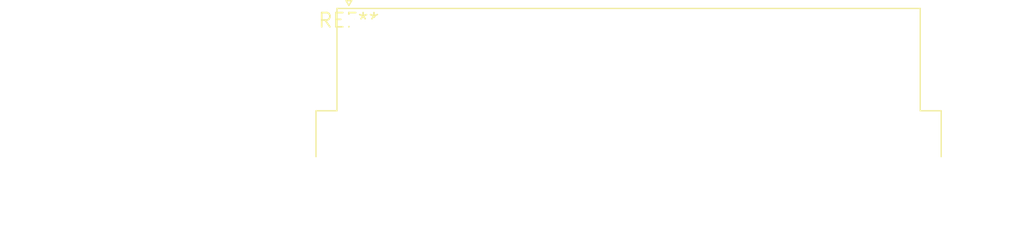
<source format=kicad_pcb>
(kicad_pcb (version 20240108) (generator pcbnew)
  (layers (0 "F.Cu" signal) (31 "B.Cu" signal) (34 "B.Paste" user) (35 "F.Paste" user) (36 "B.SilkS" user "B.Silkscreen") (37 "F.SilkS" user "F.Silkscreen") (38 "B.Mask" user) (39 "F.Mask" user) (44 "Edge.Cuts" user))
  (net 0 "")
  (footprint "DSUB-37_Male_Horizontal_P2.77x2.84mm_EdgePinOffset9.40mm" (layer "F.Cu") (at 0 0)
    (property "Reference" "REF**")
    (property "Value" "DSUB-37_Male_Horizontal_P2.77x2.84mm_EdgePinOffset9.40mm")
    (fp_line (start -2.93 8.08) (end -1.06 8.08) (layer "F.SilkS") (stroke (width 0.12)))
    (fp_line (start -2.93 12.18) (end -2.93 8.08) (layer "F.SilkS") (stroke (width 0.12)))
    (fp_line (start -1.06 -1.06) (end 50.92 -1.06) (layer "F.SilkS") (stroke (width 0.12)))
    (fp_line (start -1.06 8.08) (end -1.06 -1.06) (layer "F.SilkS") (stroke (width 0.12)))
    (fp_line (start -0.25 -1.754338) (end 0.25 -1.754338) (layer "F.SilkS") (stroke (width 0.12)))
    (fp_line (start 0 -1.321325) (end -0.25 -1.754338) (layer "F.SilkS") (stroke (width 0.12)))
    (fp_line (start 0.25 -1.754338) (end 0 -1.321325) (layer "F.SilkS") (stroke (width 0.12)))
    (fp_line (start 50.92 -1.06) (end 50.92 8.08) (layer "F.SilkS") (stroke (width 0.12)))
    (fp_line (start 50.92 8.08) (end 52.79 8.08) (layer "F.SilkS") (stroke (width 0.12)))
    (fp_line (start 52.79 8.08) (end 52.79 12.18) (layer "F.SilkS") (stroke (width 0.12)))
    (pad "1" thru_hole rect (at 0 0) (size 1.6 1.6) (drill 1) (layers *.Cu *.Mask) (remove_unused_layers))
    (pad "2" thru_hole circle (at 2.77 0) (size 1.6 1.6) (drill 1) (layers *.Cu *.Mask) (remove_unused_layers))
    (pad "3" thru_hole circle (at 5.54 0) (size 1.6 1.6) (drill 1) (layers *.Cu *.Mask) (remove_unused_layers))
    (pad "4" thru_hole circle (at 8.31 0) (size 1.6 1.6) (drill 1) (layers *.Cu *.Mask) (remove_unused_layers))
    (pad "5" thru_hole circle (at 11.08 0) (size 1.6 1.6) (drill 1) (layers *.Cu *.Mask) (remove_unused_layers))
    (pad "6" thru_hole circle (at 13.85 0) (size 1.6 1.6) (drill 1) (layers *.Cu *.Mask) (remove_unused_layers))
    (pad "7" thru_hole circle (at 16.62 0) (size 1.6 1.6) (drill 1) (layers *.Cu *.Mask) (remove_unused_layers))
    (pad "8" thru_hole circle (at 19.39 0) (size 1.6 1.6) (drill 1) (layers *.Cu *.Mask) (remove_unused_layers))
    (pad "9" thru_hole circle (at 22.16 0) (size 1.6 1.6) (drill 1) (layers *.Cu *.Mask) (remove_unused_layers))
    (pad "10" thru_hole circle (at 24.93 0) (size 1.6 1.6) (drill 1) (layers *.Cu *.Mask) (remove_unused_layers))
    (pad "11" thru_hole circle (at 27.7 0) (size 1.6 1.6) (drill 1) (layers *.Cu *.Mask) (remove_unused_layers))
    (pad "12" thru_hole circle (at 30.47 0) (size 1.6 1.6) (drill 1) (layers *.Cu *.Mask) (remove_unused_layers))
    (pad "13" thru_hole circle (at 33.24 0) (size 1.6 1.6) (drill 1) (layers *.Cu *.Mask) (remove_unused_layers))
    (pad "14" thru_hole circle (at 36.01 0) (size 1.6 1.6) (drill 1) (layers *.Cu *.Mask) (remove_unused_layers))
    (pad "15" thru_hole circle (at 38.78 0) (size 1.6 1.6) (drill 1) (layers *.Cu *.Mask) (remove_unused_layers))
    (pad "16" thru_hole circle (at 41.55 0) (size 1.6 1.6) (drill 1) (layers *.Cu *.Mask) (remove_unused_layers))
    (pad "17" thru_hole circle (at 44.32 0) (size 1.6 1.6) (drill 1) (layers *.Cu *.Mask) (remove_unused_layers))
    (pad "18" thru_hole circle (at 47.09 0) (size 1.6 1.6) (drill 1) (layers *.Cu *.Mask) (remove_unused_layers))
    (pad "19" thru_hole circle (at 49.86 0) (size 1.6 1.6) (drill 1) (layers *.Cu *.Mask) (remove_unused_layers))
    (pad "20" thru_hole circle (at 1.385 2.84) (size 1.6 1.6) (drill 1) (layers *.Cu *.Mask) (remove_unused_layers))
    (pad "21" thru_hole circle (at 4.155 2.84) (size 1.6 1.6) (drill 1) (layers *.Cu *.Mask) (remove_unused_layers))
    (pad "22" thru_hole circle (at 6.925 2.84) (size 1.6 1.6) (drill 1) (layers *.Cu *.Mask) (remove_unused_layers))
    (pad "23" thru_hole circle (at 9.695 2.84) (size 1.6 1.6) (drill 1) (layers *.Cu *.Mask) (remove_unused_layers))
    (pad "24" thru_hole circle (at 12.465 2.84) (size 1.6 1.6) (drill 1) (layers *.Cu *.Mask) (remove_unused_layers))
    (pad "25" thru_hole circle (at 15.235 2.84) (size 1.6 1.6) (drill 1) (layers *.Cu *.Mask) (remove_unused_layers))
    (pad "26" thru_hole circle (at 18.005 2.84) (size 1.6 1.6) (drill 1) (layers *.Cu *.Mask) (remove_unused_layers))
    (pad "27" thru_hole circle (at 20.775 2.84) (size 1.6 1.6) (drill 1) (layers *.Cu *.Mask) (remove_unused_layers))
    (pad "28" thru_hole circle (at 23.545 2.84) (size 1.6 1.6) (drill 1) (layers *.Cu *.Mask) (remove_unused_layers))
    (pad "29" thru_hole circle (at 26.315 2.84) (size 1.6 1.6) (drill 1) (layers *.Cu *.Mask) (remove_unused_layers))
    (pad "30" thru_hole circle (at 29.085 2.84) (size 1.6 1.6) (drill 1) (layers *.Cu *.Mask) (remove_unused_layers))
    (pad "31" thru_hole circle (at 31.855 2.84) (size 1.6 1.6) (drill 1) (layers *.Cu *.Mask) (remove_unused_layers))
    (pad "32" thru_hole circle (at 34.625 2.84) (size 1.6 1.6) (drill 1) (layers *.Cu *.Mask) (remove_unused_layers))
    (pad "33" thru_hole circle (at 37.395 2.84) (size 1.6 1.6) (drill 1) (layers *.Cu *.Mask) (remove_unused_layers))
    (pad "34" thru_hole circle (at 40.165 2.84) (size 1.6 1.6) (drill 1) (layers *.Cu *.Mask) (remove_unused_layers))
    (pad "35" thru_hole circle (at 42.935 2.84) (size 1.6 1.6) (drill 1) (layers *.Cu *.Mask) (remove_unused_layers))
    (pad "36" thru_hole circle (at 45.705 2.84) (size 1.6 1.6) (drill 1) (layers *.Cu *.Mask) (remove_unused_layers))
    (pad "37" thru_hole circle (at 48.475 2.84) (size 1.6 1.6) (drill 1) (layers *.Cu *.Mask) (remove_unused_layers))
  )
)
</source>
